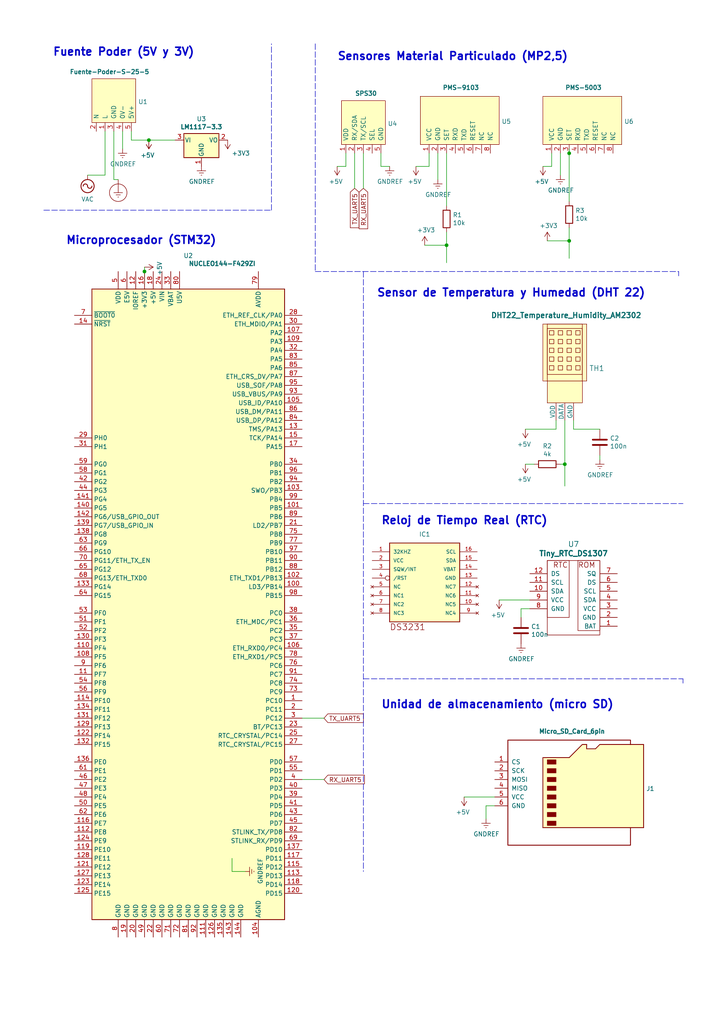
<source format=kicad_sch>
(kicad_sch (version 20231120) (generator "eeschema") (generator_version "8.0")
  (paper "A4" portrait)
  (title_block (title "Esquemático ") (rev "R0"))
  (lib_symbols
    (symbol "DS3231:DS3231" (pin_names (offset 1.016))
      (property "Reference" "IC" (at 10.16 15.24 0))
      (symbol "DS3231_0_0"
        (rectangle (start -10.16 -10.16) (end 10.16 12.7) (stroke (width 0.254)) (fill (type background)))
        (text "DS3231" (at -10.16 -12.7 0) (effects (font (size 1.778 1.778)) (justify left bottom)))
        (pin output line (at -15.24 10.16 0) (length 5.08) (name "32KHZ") (number "1"))
        (pin no_connect line (at 15.24 -5.08 180) (length 5.08) (name "NC5") (number "10"))
        (pin no_connect line (at 15.24 -2.54 180) (length 5.08) (name "NC6") (number "11"))
        (pin no_connect line (at 15.24 0 180) (length 5.08) (name "NC7") (number "12"))
        (pin power_in line (at 15.24 2.54 180) (length 5.08) (name "GND") (number "13"))
        (pin power_in line (at 15.24 5.08 180) (length 5.08) (name "VBAT") (number "14"))
        (pin bidirectional line (at 15.24 7.62 180) (length 5.08) (name "SDA") (number "15"))
        (pin bidirectional line (at 15.24 10.16 180) (length 5.08) (name "SCL") (number "16"))
        (pin power_in line (at -15.24 7.62 0) (length 5.08) (name "VCC") (number "2"))
        (pin output line (at -15.24 5.08 0) (length 5.08) (name "SQW/INT") (number "3"))
        (pin passive inverted (at -15.24 2.54 0) (length 5.08) (name "/RST") (number "4"))
        (pin no_connect line (at -15.24 0 0) (length 5.08) (name "NC") (number "5"))
        (pin no_connect line (at -15.24 -2.54 0) (length 5.08) (name "NC1") (number "6"))
        (pin no_connect line (at -15.24 -5.08 0) (length 5.08) (name "NC2") (number "7"))
        (pin no_connect line (at -15.24 -7.62 0) (length 5.08) (name "NC3") (number "8"))
        (pin no_connect line (at 15.24 -7.62 180) (length 5.08) (name "NC4") (number "9"))
      )
    )
    (symbol "Device:C" (pin_numbers hide) (pin_names (offset 0.254))
      (property "Reference" "C" (at 0.635 2.54 0))
      (property "Value" "C" (at 0.635 -2.54 0))
      (symbol "C_0_1"
        (polyline (pts (xy -2.032 -0.762) (xy 2.032 -0.762)) (stroke (width 0.508)))
        (polyline (pts (xy -2.032 0.762) (xy 2.032 0.762)) (stroke (width 0.508)))
      )
      (symbol "C_1_1"
        (pin passive line (at 0 3.81 270) (length 2.794) (name "~") (number "1"))
        (pin passive line (at 0 -3.81 90) (length 2.794) (name "~") (number "2"))
      )
    )
    (symbol "Device:R" (pin_numbers hide) (pin_names (offset 0))
      (property "Reference" "R" (at 2.032 0 90))
      (property "Value" "R" (at 0 0 90))
      (symbol "R_0_1"
        (rectangle (start -1.016 -2.54) (end 1.016 2.54) (stroke (width 0.254)))
      )
      (symbol "R_1_1"
        (pin passive line (at 0 3.81 270) (length 1.27) (name "~") (number "1"))
        (pin passive line (at 0 -3.81 90) (length 1.27) (name "~") (number "2"))
      )
    )
    (symbol "Tesis_MP-rescue:+3.3V-power" (power) (pin_names (offset 0))
      (property "Value" "power_+3.3V" (at 0 3.556 0))
      (symbol "+3.3V-power_0_1"
        (polyline (pts (xy -0.762 1.27) (xy 0 2.54)))
        (polyline (pts (xy 0 0) (xy 0 2.54)))
        (polyline (pts (xy 0 2.54) (xy 0.762 1.27)))
      )
      (symbol "+3.3V-power_1_1"
        (pin power_in line (at 0 0 90) (length 0) hide (name "+3V3") (number "1"))
      )
    )
    (symbol "Tesis_MP-rescue:+5V-power" (power) (pin_names (offset 0))
      (property "Value" "power_+5V" (at 0 3.556 0))
      (symbol "+5V-power_0_1"
        (polyline (pts (xy -0.762 1.27) (xy 0 2.54)))
        (polyline (pts (xy 0 0) (xy 0 2.54)))
        (polyline (pts (xy 0 2.54) (xy 0.762 1.27)))
      )
      (symbol "+5V-power_1_1"
        (pin power_in line (at 0 0 90) (length 0) hide (name "+5V") (number "1"))
      )
    )
    (symbol "Tesis_MP-rescue:DHT22_Temperature_Humidity_AM2302-sensores" (pin_numbers hide) (pin_names (offset 0))
      (property "Reference" "TH" (at 0 26.67 0))
      (property "Value" "sensores_DHT22_Temperature_Humidity_AM2302" (at 0 24.13 0))
      (symbol "DHT22_Temperature_Humidity_AM2302-sensores_0_1"
        (rectangle (start -6.35 2.54) (end 6.35 19.05) (fill (type background)))
        (rectangle (start -5.08 19.05) (end -5.08 19.05))
        (rectangle (start -4.445 6.985) (end -3.175 5.715))
        (rectangle (start -4.445 9.525) (end -3.175 8.255))
        (rectangle (start -4.445 12.065) (end -3.175 10.795))
        (rectangle (start -4.445 14.605) (end -3.175 13.335))
        (rectangle (start -4.445 17.145) (end -3.175 15.875))
        (rectangle (start -1.905 5.715) (end -0.635 6.985))
        (rectangle (start -1.905 8.255) (end -0.635 9.525))
        (rectangle (start -1.905 10.795) (end -0.635 12.065))
        (rectangle (start -1.905 13.335) (end -0.635 14.605))
        (rectangle (start -1.905 15.875) (end -0.635 17.145))
        (rectangle (start 0.635 5.715) (end 1.905 6.985))
        (rectangle (start 0.635 8.255) (end 1.905 9.525))
        (rectangle (start 0.635 10.795) (end 1.905 12.065))
        (rectangle (start 0.635 13.335) (end 1.905 14.605))
        (rectangle (start 0.635 15.875) (end 1.905 17.145))
        (rectangle (start 3.175 5.715) (end 4.445 6.985))
        (rectangle (start 3.175 8.255) (end 4.445 9.525))
        (rectangle (start 3.175 10.795) (end 4.445 12.065))
        (rectangle (start 3.175 13.335) (end 4.445 14.605))
        (rectangle (start 3.175 15.875) (end 4.445 17.145))
        (rectangle (start 5.08 -3.81) (end -5.08 19.05) (fill (type background)))
        (rectangle (start 5.08 4.445) (end -5.08 17.78))
      )
      (symbol "DHT22_Temperature_Humidity_AM2302-sensores_1_1"
        (pin power_in line (at -2.54 -8.89 90) (length 5.08) (name "VDD") (number "1"))
        (pin input line (at 0 -8.89 90) (length 5.08) (name "DATA") (number "2"))
        (pin power_in line (at 2.54 -8.89 90) (length 5.08) (name "GND") (number "3"))
      )
    )
    (symbol "Tesis_MP-rescue:Earth_Protective-power" (power) (pin_names (offset 0))
      (symbol "Earth_Protective-power_0_1"
        (circle (center 0 -3.81) (radius 2.54))
        (polyline (pts (xy -0.635 -4.445) (xy 0.635 -4.445)))
        (polyline (pts (xy -0.127 -5.08) (xy 0.127 -5.08)))
        (polyline (pts (xy 0 -3.81) (xy 0 0)))
        (polyline (pts (xy 1.27 -3.81) (xy -1.27 -3.81)))
      )
      (symbol "Earth_Protective-power_1_1"
        (pin power_in line (at 0 0 270) (length 0) hide (name "Earth_Protective") (number "1"))
      )
    )
    (symbol "Tesis_MP-rescue:Fuente-Poder-S-25-5-sensores" (pin_names (offset 1.016))
      (property "Reference" "U" (at 0 0 0))
      (property "Value" "sensores_Fuente-Poder-S-25-5" (at 0 0 0))
      (symbol "Fuente-Poder-S-25-5-sensores_0_1"
        (rectangle (start -7.62 -1.27) (end 5.08 -13.97) (fill (type background)))
      )
      (symbol "Fuente-Poder-S-25-5-sensores_1_1"
        (pin input line (at -3.81 -16.51 90) (length 2.54) (name "L") (number "1"))
        (pin input line (at -6.35 -16.51 90) (length 2.54) (name "N") (number "2"))
        (pin input line (at -1.27 -16.51 90) (length 2.54) (name "GND") (number "3"))
        (pin output line (at 1.27 -16.51 90) (length 2.54) (name "0V-") (number "4"))
        (pin output line (at 3.81 -16.51 90) (length 2.54) (name "5V+") (number "5"))
      )
    )
    (symbol "Tesis_MP-rescue:GNDREF-power" (power) (pin_names (offset 0))
      (property "Value" "power_GNDREF" (at 0 -3.81 0))
      (symbol "GNDREF-power_0_1"
        (polyline (pts (xy -0.635 -1.905) (xy 0.635 -1.905)))
        (polyline (pts (xy -0.127 -2.54) (xy 0.127 -2.54)))
        (polyline (pts (xy 0 -1.27) (xy 0 0)))
        (polyline (pts (xy 1.27 -1.27) (xy -1.27 -1.27)))
      )
      (symbol "GNDREF-power_1_1"
        (pin power_in line (at 0 0 270) (length 0) hide (name "GNDREF") (number "1"))
      )
    )
    (symbol "Tesis_MP-rescue:LM1117-3.3-Regulator_Linear" (pin_names (offset 0.254))
      (property "Reference" "U" (at -3.81 3.175 0))
      (property "Value" "Regulator_Linear_LM1117-3.3" (at 0 3.175 0))
      (symbol "LM1117-3.3-Regulator_Linear_0_1"
        (rectangle (start -5.08 -5.08) (end 5.08 1.905) (stroke (width 0.254)) (fill (type background)))
      )
      (symbol "LM1117-3.3-Regulator_Linear_1_1"
        (pin power_in line (at 0 -7.62 90) (length 2.54) (name "GND") (number "1"))
        (pin power_out line (at 7.62 0 180) (length 2.54) (name "VO") (number "2"))
        (pin power_in line (at -7.62 0 0) (length 2.54) (name "VI") (number "3"))
      )
    )
    (symbol "Tesis_MP-rescue:Micro_SD_Card_6pin-sensors" (pin_names (offset 1.016))
      (property "Reference" "J" (at -16.51 15.24 0))
      (property "Value" "sensors_Micro_SD_Card_6pin" (at 16.51 15.24 0))
      (symbol "Micro_SD_Card_6pin-sensors_0_1"
        (rectangle (start -7.62 -9.525) (end -5.08 -10.795) (fill (type outline)))
        (rectangle (start -7.62 -6.985) (end -5.08 -8.255) (fill (type outline)))
        (rectangle (start -7.62 -4.445) (end -5.08 -5.715) (fill (type outline)))
        (rectangle (start -7.62 -1.905) (end -5.08 -3.175) (fill (type outline)))
        (rectangle (start -7.62 0.635) (end -5.08 -0.635) (fill (type outline)))
        (rectangle (start -7.62 3.175) (end -5.08 1.905) (fill (type outline)))
        (rectangle (start -7.62 5.715) (end -5.08 4.445) (fill (type outline)))
        (rectangle (start -7.62 8.255) (end -5.08 6.985) (fill (type outline)))
        (polyline (pts (xy 16.51 12.7) (xy 16.51 13.97) (xy -19.05 13.97) (xy -19.05 -16.51) (xy 16.51 -16.51) (xy 16.51 -11.43)) (stroke (width 0.254)))
        (polyline (pts (xy -8.89 -11.43) (xy -8.89 8.89) (xy -1.27 8.89) (xy 2.54 12.7) (xy 3.81 12.7) (xy 3.81 11.43) (xy 6.35 11.43) (xy 7.62 12.7) (xy 20.32 12.7) (xy 20.32 -11.43) (xy -8.89 -11.43)) (stroke (width 0.254)) (fill (type background)))
      )
      (symbol "Micro_SD_Card_6pin-sensors_1_1"
        (pin bidirectional line (at -22.86 7.62 0) (length 3.81) (name "CS") (number "1"))
        (pin bidirectional line (at -22.86 5.08 0) (length 3.81) (name "SCK") (number "2"))
        (pin input line (at -22.86 2.54 0) (length 3.81) (name "MOSI") (number "3"))
        (pin power_in line (at -22.86 0 0) (length 3.81) (name "MISO") (number "4"))
        (pin input line (at -22.86 -2.54 0) (length 3.81) (name "VCC") (number "5"))
        (pin power_in line (at -22.86 -5.08 0) (length 3.81) (name "GND") (number "6"))
      )
    )
    (symbol "Tesis_MP-rescue:NUCLEO144-F429ZI-MCU_Module"
      (property "Reference" "U" (at -22.86 94.615 0))
      (property "Value" "MCU_Module_NUCLEO144-F429ZI" (at -22.86 92.71 0))
      (symbol "NUCLEO144-F429ZI-MCU_Module_0_1"
        (rectangle (start -27.94 -91.44) (end 27.94 91.44) (stroke (width 0.254)) (fill (type background)))
      )
      (symbol "NUCLEO144-F429ZI-MCU_Module_1_1"
        (pin bidirectional line (at 33.02 -27.94 180) (length 5.08) (name "PC10") (number "1"))
        (pin no_connect line (at -33.02 55.88 0) (length 5.08) hide (name "NC") (number "10"))
        (pin bidirectional line (at 33.02 5.08 180) (length 5.08) (name "LD3/PB14") (number "100"))
        (pin bidirectional line (at 33.02 27.94 180) (length 5.08) (name "PB5") (number "101"))
        (pin bidirectional line (at 33.02 7.62 180) (length 5.08) (name "ETH_TXD1/PB13") (number "102"))
        (pin bidirectional line (at 33.02 33.02 180) (length 5.08) (name "SWO/PB3") (number "103"))
        (pin power_in line (at 20.32 -96.52 90) (length 5.08) (name "AGND") (number "104"))
        (pin bidirectional line (at 33.02 58.42 180) (length 5.08) (name "USB_ID/PA10") (number "105"))
        (pin bidirectional line (at 33.02 -12.7 180) (length 5.08) (name "ETH_RXD0/PC4") (number "106"))
        (pin bidirectional line (at 33.02 78.74 180) (length 5.08) (name "PA2") (number "107"))
        (pin bidirectional line (at -33.02 -15.24 0) (length 5.08) (name "PF5") (number "108"))
        (pin bidirectional line (at 33.02 76.2 180) (length 5.08) (name "PA3") (number "109"))
        (pin bidirectional line (at -33.02 -20.32 0) (length 5.08) (name "PF7") (number "11"))
        (pin bidirectional line (at -33.02 -12.7 0) (length 5.08) (name "PF4") (number "110"))
        (pin power_in line (at 5.08 -96.52 90) (length 5.08) (name "GND") (number "111"))
        (pin bidirectional line (at -33.02 -66.04 0) (length 5.08) (name "PE8") (number "112"))
        (pin bidirectional line (at 33.02 -78.74 180) (length 5.08) (name "PD13") (number "113"))
        (pin bidirectional line (at -33.02 -27.94 0) (length 5.08) (name "PF10") (number "114"))
        (pin bidirectional line (at 33.02 -76.2 180) (length 5.08) (name "PD12") (number "115"))
        (pin bidirectional line (at -33.02 -63.5 0) (length 5.08) (name "PE7") (number "116"))
        (pin bidirectional line (at 33.02 -73.66 180) (length 5.08) (name "PD11") (number "117"))
        (pin bidirectional line (at 33.02 -81.28 180) (length 5.08) (name "PD14") (number "118"))
        (pin bidirectional line (at -33.02 -71.12 0) (length 5.08) (name "PE10") (number "119"))
        (pin power_in line (at -15.24 96.52 270) (length 5.08) (name "IOREF") (number "12"))
        (pin bidirectional line (at 33.02 -83.82 180) (length 5.08) (name "PD15") (number "120"))
        (pin bidirectional line (at -33.02 -76.2 0) (length 5.08) (name "PE12") (number "121"))
        (pin bidirectional line (at -33.02 -38.1 0) (length 5.08) (name "PF14") (number "122"))
        (pin bidirectional line (at -33.02 -81.28 0) (length 5.08) (name "PE14") (number "123"))
        (pin bidirectional line (at -33.02 -68.58 0) (length 5.08) (name "PE9") (number "124"))
        (pin bidirectional line (at -33.02 -83.82 0) (length 5.08) (name "PE15") (number "125"))
        (pin power_in line (at 7.62 -96.52 90) (length 5.08) (name "GND") (number "126"))
        (pin bidirectional line (at -33.02 -78.74 0) (length 5.08) (name "PE13") (number "127"))
        (pin bidirectional line (at -33.02 -73.66 0) (length 5.08) (name "PE11") (number "128"))
        (pin bidirectional line (at -33.02 -35.56 0) (length 5.08) (name "PF13") (number "129"))
        (pin bidirectional line (at 33.02 50.8 180) (length 5.08) (name "TMS/PA13") (number "13"))
        (pin bidirectional line (at -33.02 -10.16 0) (length 5.08) (name "PF3") (number "130"))
        (pin bidirectional line (at -33.02 -33.02 0) (length 5.08) (name "PF12") (number "131"))
        (pin bidirectional line (at -33.02 -40.64 0) (length 5.08) (name "PF15") (number "132"))
        (pin bidirectional line (at -33.02 5.08 0) (length 5.08) (name "PG14") (number "133"))
        (pin bidirectional line (at -33.02 -30.48 0) (length 5.08) (name "PF11") (number "134"))
        (pin power_in line (at 10.16 -96.52 90) (length 5.08) (name "GND") (number "135"))
        (pin bidirectional line (at -33.02 -45.72 0) (length 5.08) (name "PE0") (number "136"))
        (pin bidirectional line (at 33.02 -71.12 180) (length 5.08) (name "PD10") (number "137"))
        (pin bidirectional line (at -33.02 20.32 0) (length 5.08) (name "PG8") (number "138"))
        (pin bidirectional line (at -33.02 22.86 0) (length 5.08) (name "PG7/USB_GPIO_IN") (number "139"))
        (pin input line (at -33.02 81.28 0) (length 5.08) (name "~{NRST}") (number "14"))
        (pin bidirectional line (at -33.02 27.94 0) (length 5.08) (name "PG5") (number "140"))
        (pin bidirectional line (at -33.02 30.48 0) (length 5.08) (name "PG4") (number "141"))
        (pin bidirectional line (at -33.02 25.4 0) (length 5.08) (name "PG6/USB_GPIO_OUT") (number "142"))
        (pin power_in line (at 12.7 -96.52 90) (length 5.08) (name "GND") (number "143"))
        (pin power_in line (at 15.24 -96.52 90) (length 5.08) (name "GND") (number "144"))
        (pin bidirectional line (at 33.02 48.26 180) (length 5.08) (name "TCK/PA14") (number "15"))
        (pin power_in line (at -12.7 96.52 270) (length 5.08) (name "+3V3") (number "16"))
        (pin bidirectional line (at 33.02 45.72 180) (length 5.08) (name "PA15") (number "17"))
        (pin power_in line (at -10.16 96.52 270) (length 5.08) (name "+5V") (number "18"))
        (pin power_in line (at -17.78 -96.52 90) (length 5.08) (name "GND") (number "19"))
        (pin bidirectional line (at 33.02 -30.48 180) (length 5.08) (name "PC11") (number "2"))
        (pin power_in line (at -15.24 -96.52 90) (length 5.08) (name "GND") (number "20"))
        (pin bidirectional line (at 33.02 22.86 180) (length 5.08) (name "LD2/PB7") (number "21"))
        (pin power_in line (at -10.16 -96.52 90) (length 5.08) (name "GND") (number "22"))
        (pin bidirectional line (at 33.02 -35.56 180) (length 5.08) (name "BT/PC13") (number "23"))
        (pin power_in line (at -7.62 96.52 270) (length 5.08) (name "VIN") (number "24"))
        (pin bidirectional line (at 33.02 -38.1 180) (length 5.08) (name "RTC_CRYSTAL/PC14") (number "25"))
        (pin no_connect line (at -33.02 58.42 0) (length 5.08) hide (name "NC") (number "26"))
        (pin bidirectional line (at 33.02 -40.64 180) (length 5.08) (name "RTC_CRYSTAL/PC15") (number "27"))
        (pin bidirectional line (at 33.02 83.82 180) (length 5.08) (name "ETH_REF_CLK/PA0") (number "28"))
        (pin bidirectional line (at -33.02 48.26 0) (length 5.08) (name "PH0") (number "29"))
        (pin bidirectional line (at 33.02 -33.02 180) (length 5.08) (name "PC12") (number "3"))
        (pin bidirectional line (at 33.02 81.28 180) (length 5.08) (name "ETH_MDIO/PA1") (number "30"))
        (pin bidirectional line (at -33.02 45.72 0) (length 5.08) (name "PH1") (number "31"))
        (pin bidirectional line (at 33.02 73.66 180) (length 5.08) (name "PA4") (number "32"))
        (pin power_in line (at -5.08 96.52 270) (length 5.08) (name "VBAT") (number "33"))
        (pin bidirectional line (at 33.02 40.64 180) (length 5.08) (name "PB0") (number "34"))
        (pin bidirectional line (at 33.02 -7.62 180) (length 5.08) (name "PC2") (number "35"))
        (pin bidirectional line (at 33.02 -5.08 180) (length 5.08) (name "ETH_MDC/PC1") (number "36"))
        (pin bidirectional line (at 33.02 -10.16 180) (length 5.08) (name "PC3") (number "37"))
        (pin bidirectional line (at 33.02 -2.54 180) (length 5.08) (name "PC0") (number "38"))
        (pin bidirectional line (at 33.02 -55.88 180) (length 5.08) (name "PD4") (number "39"))
        (pin bidirectional line (at 33.02 -50.8 180) (length 5.08) (name "PD2") (number "4"))
        (pin bidirectional line (at 33.02 -53.34 180) (length 5.08) (name "PD3") (number "40"))
        (pin bidirectional line (at 33.02 -58.42 180) (length 5.08) (name "PD5") (number "41"))
        (pin bidirectional line (at -33.02 35.56 0) (length 5.08) (name "PG2") (number "42"))
        (pin bidirectional line (at 33.02 -60.96 180) (length 5.08) (name "PD6") (number "43"))
        (pin bidirectional line (at -33.02 33.02 0) (length 5.08) (name "PG3") (number "44"))
        (pin bidirectional line (at 33.02 -63.5 180) (length 5.08) (name "PD7") (number "45"))
        (pin bidirectional line (at -33.02 -50.8 0) (length 5.08) (name "PE2") (number "46"))
        (pin bidirectional line (at -33.02 -53.34 0) (length 5.08) (name "PE3") (number "47"))
        (pin bidirectional line (at -33.02 -55.88 0) (length 5.08) (name "PE4") (number "48"))
        (pin power_in line (at -12.7 -96.52 90) (length 5.08) (name "GND") (number "49"))
        (pin power_in line (at -20.32 96.52 270) (length 5.08) (name "VDD") (number "5"))
        (pin bidirectional line (at -33.02 -58.42 0) (length 5.08) (name "PE5") (number "50"))
        (pin bidirectional line (at -33.02 -5.08 0) (length 5.08) (name "PF1") (number "51"))
        (pin bidirectional line (at -33.02 -7.62 0) (length 5.08) (name "PF2") (number "52"))
        (pin bidirectional line (at -33.02 -2.54 0) (length 5.08) (name "PF0") (number "53"))
        (pin bidirectional line (at -33.02 -22.86 0) (length 5.08) (name "PF8") (number "54"))
        (pin bidirectional line (at 33.02 -48.26 180) (length 5.08) (name "PD1") (number "55"))
        (pin bidirectional line (at -33.02 -25.4 0) (length 5.08) (name "PF9") (number "56"))
        (pin bidirectional line (at 33.02 -45.72 180) (length 5.08) (name "PD0") (number "57"))
        (pin bidirectional line (at -33.02 38.1 0) (length 5.08) (name "PG1") (number "58"))
        (pin bidirectional line (at -33.02 40.64 0) (length 5.08) (name "PG0") (number "59"))
        (pin power_in line (at -17.78 96.52 270) (length 5.08) (name "E5V") (number "6"))
        (pin power_in line (at -7.62 -96.52 90) (length 5.08) (name "GND") (number "60"))
        (pin bidirectional line (at -33.02 -48.26 0) (length 5.08) (name "PE1") (number "61"))
        (pin bidirectional line (at -33.02 -60.96 0) (length 5.08) (name "PE6") (number "62"))
        (pin bidirectional line (at -33.02 17.78 0) (length 5.08) (name "PG9") (number "63"))
        (pin bidirectional line (at -33.02 2.54 0) (length 5.08) (name "PG15") (number "64"))
        (pin bidirectional line (at -33.02 10.16 0) (length 5.08) (name "PG12") (number "65"))
        (pin bidirectional line (at -33.02 15.24 0) (length 5.08) (name "PG10") (number "66"))
        (pin no_connect line (at -33.02 53.34 0) (length 5.08) hide (name "NC") (number "67"))
        (pin bidirectional line (at -33.02 7.62 0) (length 5.08) (name "PG13/ETH_TXD0") (number "68"))
        (pin bidirectional line (at 33.02 -68.58 180) (length 5.08) (name "STLINK_RX/PD9") (number "69"))
        (pin input line (at -33.02 83.82 0) (length 5.08) (name "~{BOOT0}") (number "7"))
        (pin bidirectional line (at -33.02 12.7 0) (length 5.08) (name "PG11/ETH_TX_EN") (number "70"))
        (pin power_in line (at -5.08 -96.52 90) (length 5.08) (name "GND") (number "71"))
        (pin power_in line (at -2.54 -96.52 90) (length 5.08) (name "GND") (number "72"))
        (pin bidirectional line (at 33.02 -25.4 180) (length 5.08) (name "PC9") (number "73"))
        (pin bidirectional line (at 33.02 -22.86 180) (length 5.08) (name "PC8") (number "74"))
        (pin bidirectional line (at 33.02 20.32 180) (length 5.08) (name "PB8") (number "75"))
        (pin bidirectional line (at 33.02 -17.78 180) (length 5.08) (name "PC6") (number "76"))
        (pin bidirectional line (at 33.02 17.78 180) (length 5.08) (name "PB9") (number "77"))
        (pin bidirectional line (at 33.02 -15.24 180) (length 5.08) (name "ETH_RXD1/PC5") (number "78"))
        (pin power_in line (at 20.32 96.52 270) (length 5.08) (name "AVDD") (number "79"))
        (pin power_in line (at -20.32 -96.52 90) (length 5.08) (name "GND") (number "8"))
        (pin power_in line (at -2.54 96.52 270) (length 5.08) (name "U5V") (number "80"))
        (pin power_in line (at 0 -96.52 90) (length 5.08) (name "GND") (number "81"))
        (pin bidirectional line (at 33.02 -66.04 180) (length 5.08) (name "STLINK_TX/PD8") (number "82"))
        (pin bidirectional line (at 33.02 71.12 180) (length 5.08) (name "PA5") (number "83"))
        (pin bidirectional line (at 33.02 53.34 180) (length 5.08) (name "USB_DP/PA12") (number "84"))
        (pin bidirectional line (at 33.02 68.58 180) (length 5.08) (name "PA6") (number "85"))
        (pin bidirectional line (at 33.02 55.88 180) (length 5.08) (name "USB_DM/PA11") (number "86"))
        (pin bidirectional line (at 33.02 66.04 180) (length 5.08) (name "ETH_CRS_DV/PA7") (number "87"))
        (pin bidirectional line (at 33.02 10.16 180) (length 5.08) (name "PB12") (number "88"))
        (pin bidirectional line (at 33.02 25.4 180) (length 5.08) (name "PB6") (number "89"))
        (pin bidirectional line (at -33.02 -17.78 0) (length 5.08) (name "PF6") (number "9"))
        (pin bidirectional line (at 33.02 12.7 180) (length 5.08) (name "PB11") (number "90"))
        (pin bidirectional line (at 33.02 -20.32 180) (length 5.08) (name "PC7") (number "91"))
        (pin power_in line (at 2.54 -96.52 90) (length 5.08) (name "GND") (number "92"))
        (pin bidirectional line (at 33.02 60.96 180) (length 5.08) (name "USB_VBUS/PA9") (number "93"))
        (pin bidirectional line (at 33.02 35.56 180) (length 5.08) (name "PB2") (number "94"))
        (pin bidirectional line (at 33.02 63.5 180) (length 5.08) (name "USB_SOF/PA8") (number "95"))
        (pin bidirectional line (at 33.02 38.1 180) (length 5.08) (name "PB1") (number "96"))
        (pin bidirectional line (at 33.02 15.24 180) (length 5.08) (name "PB10") (number "97"))
        (pin bidirectional line (at 33.02 2.54 180) (length 5.08) (name "PB15") (number "98"))
        (pin bidirectional line (at 33.02 30.48 180) (length 5.08) (name "PB4") (number "99"))
      )
    )
    (symbol "Tesis_MP-rescue:PMS-5003-sensores" (pin_names (offset 1.016))
      (property "Reference" "U" (at -1.27 1.27 0))
      (property "Value" "sensores_PMS-5003" (at -1.27 1.27 0))
      (symbol "PMS-5003-sensores_0_1"
        (rectangle (start 11.43 -22.86) (end -2.54 0) (fill (type background)))
      )
      (symbol "PMS-5003-sensores_1_1"
        (pin input line (at -5.08 -2.54 0) (length 2.54) (name "VCC") (number "1"))
        (pin input line (at -5.08 -5.08 0) (length 2.54) (name "GND") (number "2"))
        (pin input line (at -5.08 -7.62 0) (length 2.54) (name "SET") (number "3"))
        (pin input line (at -5.08 -10.16 0) (length 2.54) (name "RXD") (number "4"))
        (pin input line (at -5.08 -12.7 0) (length 2.54) (name "TXD") (number "5"))
        (pin input line (at -5.08 -15.24 0) (length 2.54) (name "RESET") (number "6"))
        (pin input line (at -5.08 -17.78 0) (length 2.54) (name "NC") (number "7"))
        (pin input line (at -5.08 -20.32 0) (length 2.54) (name "NC") (number "8"))
      )
    )
    (symbol "Tesis_MP-rescue:PMS-9103-sensores" (pin_names (offset 1.016))
      (property "Reference" "U" (at -1.27 1.27 0))
      (property "Value" "sensores_PMS-9103" (at -1.27 1.27 0))
      (symbol "PMS-9103-sensores_0_1"
        (rectangle (start 11.43 -22.86) (end -2.54 0) (fill (type background)))
      )
      (symbol "PMS-9103-sensores_1_1"
        (pin input line (at -5.08 -2.54 0) (length 2.54) (name "VCC") (number "1"))
        (pin input line (at -5.08 -5.08 0) (length 2.54) (name "GND") (number "2"))
        (pin input line (at -5.08 -7.62 0) (length 2.54) (name "SET") (number "3"))
        (pin input line (at -5.08 -10.16 0) (length 2.54) (name "RXD") (number "4"))
        (pin input line (at -5.08 -12.7 0) (length 2.54) (name "TXD") (number "5"))
        (pin input line (at -5.08 -15.24 0) (length 2.54) (name "RESET") (number "6"))
        (pin input line (at -5.08 -17.78 0) (length 2.54) (name "NC") (number "7"))
        (pin input line (at -5.08 -20.32 0) (length 2.54) (name "NC") (number "8"))
      )
    )
    (symbol "Tesis_MP-rescue:SPS30-sensores" (pin_names (offset 1.016))
      (property "Reference" "U" (at 0 0 0))
      (property "Value" "sensores_SPS30" (at 0 0 0))
      (symbol "SPS30-sensores_0_1"
        (rectangle (start 3.81 -15.24) (end 16.51 -2.54) (fill (type background)))
      )
      (symbol "SPS30-sensores_1_1"
        (pin input line (at 1.27 -3.81 0) (length 2.54) (name "VDD") (number "1"))
        (pin input line (at 1.27 -6.35 0) (length 2.54) (name "RX/SDA") (number "2"))
        (pin input line (at 1.27 -8.89 0) (length 2.54) (name "TX/SCL") (number "3"))
        (pin input line (at 1.27 -11.43 0) (length 2.54) (name "SEL") (number "4"))
        (pin input line (at 1.27 -13.97 0) (length 2.54) (name "GND") (number "5"))
      )
    )
    (symbol "Tesis_MP-rescue:Tiny_RTC_DS1307-crumpschemes" (pin_names (offset 1.016))
      (property "Reference" "U" (at 0 12.7 0))
      (property "Value" "crumpschemes_Tiny_RTC_DS1307" (at 0 -13.97 0))
      (symbol "Tiny_RTC_DS1307-crumpschemes_0_0"
        (rectangle (start -7.62 10.16) (end 7.62 -11.43))
        (rectangle (start -1.27 10.16) (end -7.62 -6.35))
        (rectangle (start 1.27 10.16) (end 7.62 -10.16))
        (text "ROM" (at 3.81 8.89 0) (effects (font (size 1.524 1.524))))
        (text "RTC" (at -3.81 8.89 0) (effects (font (size 1.524 1.524))))
      )
      (symbol "Tiny_RTC_DS1307-crumpschemes_1_1"
        (pin bidirectional line (at 12.7 -8.89 180) (length 5.08) (name "BAT") (number "1"))
        (pin bidirectional line (at -12.7 1.27 0) (length 5.08) (name "SDA") (number "10"))
        (pin bidirectional line (at -12.7 3.81 0) (length 5.08) (name "SCL") (number "11"))
        (pin bidirectional line (at -12.7 6.35 0) (length 5.08) (name "DS") (number "12"))
        (pin power_in line (at 12.7 -6.35 180) (length 5.08) (name "GND") (number "2"))
        (pin power_in line (at 12.7 -3.81 180) (length 5.08) (name "VCC") (number "3"))
        (pin bidirectional line (at 12.7 -1.27 180) (length 5.08) (name "SDA") (number "4"))
        (pin bidirectional line (at 12.7 1.27 180) (length 5.08) (name "SCL") (number "5"))
        (pin bidirectional line (at 12.7 3.81 180) (length 5.08) (name "DS") (number "6"))
        (pin bidirectional line (at 12.7 6.35 180) (length 5.08) (name "SQ") (number "7"))
        (pin power_in line (at -12.7 -3.81 0) (length 5.08) (name "GND") (number "8"))
        (pin power_in line (at -12.7 -1.27 0) (length 5.08) (name "VCC") (number "9"))
      )
    )
    (symbol "Tesis_MP-rescue:VAC-power" (power) (pin_names (offset 0))
      (property "Value" "power_VAC" (at 0 6.35 0))
      (symbol "VAC-power_0_1"
        (polyline (pts (xy 0 0) (xy 0 1.27)))
        (arc (start 0 3.175) (mid -0.635 3.81) (end -1.27 3.175) (stroke (width 0.254)))
        (arc (start 0 3.175) (mid 0.635 2.54) (end 1.27 3.175) (stroke (width 0.254)))
        (circle (center 0 3.175) (radius 1.905) (stroke (width 0.254)))
      )
      (symbol "VAC-power_1_1"
        (pin power_in line (at 0 0 90) (length 0) hide (name "VAC") (number "1"))
      )
    )
  )
  (junction (at 129.54 71.12))
  (junction (at 41.91 78.74))
  (junction (at 43.18 40.64))
  (junction (at 165.1 44.45))
  (junction (at 163.83 134.62))
  (junction (at 165.1 69.85))
  (polyline (pts (xy 196.85 78.74) (xy 196.85 80.01)) (stroke (width 0) (type dash)))
  (polyline (pts (xy 105.41 146.05) (xy 198.12 146.05)) (stroke (width 0) (type dash)))
  (wire (pts (xy 38.1 38.1) (xy 38.1 40.64)))
  (wire (pts (xy 163.83 121.92) (xy 163.83 134.62)))
  (wire (pts (xy 35.56 38.1) (xy 35.56 43.18)))
  (wire (pts (xy 129.54 71.12) (xy 129.54 76.2)))
  (wire (pts (xy 161.29 121.92) (xy 161.29 124.46)))
  (wire (pts (xy 50.8 40.64) (xy 43.18 40.64)))
  (wire (pts (xy 166.37 124.46) (xy 173.99 124.46)))
  (wire (pts (xy 162.56 44.45) (xy 162.56 50.8)))
  (wire (pts (xy 67.31 248.92) (xy 67.31 252.73)))
  (polyline (pts (xy 91.44 12.7) (xy 91.44 78.74)) (stroke (width 0) (type dash)))
  (wire (pts (xy 165.1 69.85) (xy 158.75 69.85)))
  (wire (pts (xy 152.4 124.46) (xy 161.29 124.46)))
  (wire (pts (xy 144.78 173.99) (xy 153.67 173.99)))
  (wire (pts (xy 124.46 48.26) (xy 120.65 48.26)))
  (polyline (pts (xy 91.44 78.74) (xy 196.85 78.74)) (stroke (width 0) (type dash)))
  (wire (pts (xy 129.54 67.31) (xy 129.54 71.12)))
  (wire (pts (xy 151.13 176.53) (xy 151.13 179.07)))
  (polyline (pts (xy 198.12 196.85) (xy 198.12 198.12)) (stroke (width 0) (type dash)))
  (wire (pts (xy 153.67 176.53) (xy 151.13 176.53)))
  (wire (pts (xy 140.97 233.68) (xy 140.97 237.49)))
  (wire (pts (xy 100.33 48.26) (xy 100.33 44.45)))
  (wire (pts (xy 127 44.45) (xy 127 52.07)))
  (wire (pts (xy 33.02 38.1) (xy 33.02 52.07)))
  (wire (pts (xy 157.48 48.26) (xy 160.02 48.26)))
  (wire (pts (xy 134.62 231.14) (xy 143.51 231.14)))
  (wire (pts (xy 41.91 78.74) (xy 41.91 82.55)))
  (wire (pts (xy 102.87 44.45) (xy 102.87 54.61)))
  (wire (pts (xy 110.49 44.45) (xy 110.49 48.26)))
  (wire (pts (xy 160.02 48.26) (xy 160.02 44.45)))
  (wire (pts (xy 163.83 134.62) (xy 162.56 134.62)))
  (wire (pts (xy 93.98 208.28) (xy 87.63 208.28)))
  (wire (pts (xy 173.99 132.08) (xy 173.99 133.35)))
  (wire (pts (xy 129.54 71.12) (xy 123.19 71.12)))
  (wire (pts (xy 129.54 44.45) (xy 129.54 59.69)))
  (polyline (pts (xy 105.41 196.85) (xy 198.12 196.85)) (stroke (width 0) (type dash)))
  (wire (pts (xy 165.1 44.45) (xy 165.1 58.42)))
  (wire (pts (xy 97.79 48.26) (xy 100.33 48.26)))
  (polyline (pts (xy 78.74 60.96) (xy 78.74 12.7)) (stroke (width 0) (type dash)))
  (polyline (pts (xy 12.7 60.96) (xy 78.74 60.96)) (stroke (width 0) (type dash)))
  (wire (pts (xy 166.37 121.92) (xy 166.37 124.46)))
  (wire (pts (xy 105.41 54.61) (xy 105.41 44.45)))
  (wire (pts (xy 67.31 252.73) (xy 71.12 252.73)))
  (wire (pts (xy 30.48 38.1) (xy 30.48 50.8)))
  (wire (pts (xy 154.94 134.62) (xy 152.4 134.62)))
  (wire (pts (xy 38.1 40.64) (xy 43.18 40.64)))
  (wire (pts (xy 163.83 134.62) (xy 163.83 140.97)))
  (wire (pts (xy 93.98 226.06) (xy 87.63 226.06)))
  (wire (pts (xy 165.1 66.04) (xy 165.1 69.85)))
  (wire (pts (xy 124.46 44.45) (xy 124.46 48.26)))
  (wire (pts (xy 143.51 233.68) (xy 140.97 233.68)))
  (wire (pts (xy 165.1 69.85) (xy 165.1 74.93)))
  (wire (pts (xy 165.1 43.18) (xy 165.1 44.45)))
  (wire (pts (xy 41.91 77.47) (xy 41.91 78.74)))
  (polyline (pts (xy 105.41 78.74) (xy 105.41 252.73)) (stroke (width 0) (type dash)))
  (wire (pts (xy 25.4 50.8) (xy 30.48 50.8)))
  (wire (pts (xy 33.02 52.07) (xy 34.29 52.07)))
  (wire (pts (xy 110.49 48.26) (xy 113.03 48.26)))
  (text "Sensores Material Particulado (MP2,5)" (at 97.79 17.78 0) (effects (font (size 2.2606 2.2606) (thickness 0.4521) (bold yes)) (justify left bottom)))
  (text "Reloj de Tiempo Real (RTC)" (at 110.49 152.4 0) (effects (font (size 2.2606 2.2606) (thickness 0.4521) (bold yes)) (justify left bottom)))
  (text "Unidad de almacenamiento (micro SD)" (at 110.49 205.74 0) (effects (font (size 2.2606 2.2606) (thickness 0.4521) (bold yes)) (justify left bottom)))
  (text "Sensor de Temperatura y Humedad (DHT 22)" (at 109.22 86.36 0) (effects (font (size 2.2606 2.2606) (thickness 0.4521) (bold yes)) (justify left bottom)))
  (text "Microprocesador (STM32)" (at 19.05 71.12 0) (effects (font (size 2.2606 2.2606) (thickness 0.4521) (bold yes)) (justify left bottom)))
  (text "Fuente Poder (5V y 3V)" (at 15.24 16.51 0) (effects (font (size 2.2606 2.2606) (thickness 0.4521) (bold yes)) (justify left bottom)))
  (global_label "TX_UART5" (shape input) (at 93.98 208.28 0) (property "Intersheetrefs" "${INTERSHEET_REFS}" (effects (hide yes))))
  (global_label "RX_UART5" (shape input) (at 105.41 54.61 270) (property "Intersheetrefs" "${INTERSHEET_REFS}" (effects (hide yes))))
  (global_label "RX_UART5" (shape input) (at 93.98 226.06 0) (property "Intersheetrefs" "${INTERSHEET_REFS}" (effects (hide yes))))
  (global_label "TX_UART5" (shape input) (at 102.87 54.61 270) (property "Intersheetrefs" "${INTERSHEET_REFS}" (effects (hide yes))))
  (symbol (lib_id "Tesis_MP-rescue:SPS30-sensores") (at 96.52 45.72 90) (unit 1)
    (property "Reference" "U4" (at 112.4712 35.8648 90) (effects (justify right)))
    (property "Value" "SPS30" (at 102.87 27.94 90) (effects (font (bold yes)) (justify right top)))
    (property "Footprint" "Connector_JST:JST_ZH_B5B-ZR-SM4-TF_1x05-1MP_P1.50mm_Vertical" (effects (hide yes)))
  )
  (symbol (lib_id "Tesis_MP-rescue:PMS-5003-sensores") (at 157.48 39.37 90) (unit 1)
    (property "Reference" "U6" (at 181.0512 35.2298 90) (effects (justify right)))
    (property "Value" "PMS-5003" (at 163.83 25.4 90) (effects (font (bold yes)) (justify right)))
  )
  (symbol (lib_id "Tesis_MP-rescue:PMS-9103-sensores") (at 121.92 39.37 90) (unit 1)
    (property "Reference" "U5" (at 145.4912 35.2298 90) (effects (justify right)))
    (property "Value" "PMS-9103" (at 128.27 25.4 90) (effects (font (bold yes)) (justify right)))
  )
  (symbol (lib_id "Tesis_MP-rescue:Tiny_RTC_DS1307-crumpschemes") (at 166.37 172.72 0) (unit 1)
    (property "Reference" "U7" (at 166.37 157.8102 0) (effects (font (size 1.524 1.524))))
    (property "Value" "Tiny_RTC_DS1307" (at 166.37 160.5026 0) (effects (font (size 1.524 1.524) (bold yes))))
    (property "Footprint" "Package_SON:RTC_SMD_MicroCrystal_C3_2.5x3.7mm" (effects (hide yes)))
  )
  (symbol (lib_id "Tesis_MP-rescue:DHT22_Temperature_Humidity_AM2302-sensores") (at 163.83 113.03 0) (unit 1)
    (property "Reference" "TH1" (at 170.8912 106.807 0) (effects (font (size 1.524 1.524)) (justify left)))
    (property "Value" "DHT22_Temperature_Humidity_AM2302" (at 142.24 91.44 0) (effects (font (size 1.524 1.524) (bold yes)) (justify left)))
    (property "Footprint" "Sensor:Aosong_DHT11_5.5x12.0_P2.54mm" (effects (hide yes)))
  )
  (symbol (lib_id "Tesis_MP-rescue:Micro_SD_Card_6pin-sensors") (at 166.37 228.6 0) (unit 1)
    (property "Reference" "J1" (at 187.452 228.7016 0) (effects (justify left)))
    (property "Value" "Micro_SD_Card_6pin" (at 156.21 212.09 0) (effects (font (bold yes)) (justify left)))
    (property "Datasheet" "http://katalog.we-online.de/em/datasheet/693072010801.pdf" (effects (hide yes)))
  )
  (symbol (lib_id "Tesis_MP-rescue:NUCLEO144-F429ZI-MCU_Module") (at 54.61 175.26 0) (unit 1)
    (property "Reference" "U2" (at 54.61 74.1426 0))
    (property "Value" "NUCLEO144-F429ZI" (at 54.61 76.454 0) (effects (font (bold yes)) (justify left)))
    (property "Footprint" "Module:ST_Morpho_Connector_144_STLink_MountingHoles" (effects (hide yes)))
    (property "Datasheet" "http://www.st.com/content/ccc/resource/technical/document/data_brief/group0/7b/df/1d/e9/64/55/43/8d/DM00247910/files/DM00247910.pdf/jcr:content/translations/en.DM00247910.pdf" (effects (hide yes)))
  )
  (symbol (lib_id "Tesis_MP-rescue:Fuente-Poder-S-25-5-sensores") (at 34.29 21.59 0) (unit 1)
    (property "Reference" "U1" (at 40.0812 29.5148 0) (effects (justify left)))
    (property "Value" "Fuente-Poder-S-25-5" (at 20.0914 20.828 0) (effects (font (bold yes)) (justify left)))
  )
  (symbol (lib_id "Tesis_MP-rescue:GNDREF-power") (at 35.56 43.18 0) (unit 1)
    (property "Reference" "#PWR0116" (effects (hide yes)))
    (property "Value" "GNDREF" (at 35.687 47.5742 0))
  )
  (symbol (lib_id "Tesis_MP-rescue:+5V-power") (at 97.79 48.26 180) (unit 1)
    (property "Reference" "#PWR0121" (effects (hide yes)))
    (property "Value" "+5V" (at 97.409 52.6542 0))
  )
  (symbol (lib_id "Tesis_MP-rescue:+5V-power") (at 120.65 48.26 180) (unit 1)
    (property "Reference" "#PWR0103" (effects (hide yes)))
    (property "Value" "+5V" (at 120.269 52.6542 0))
  )
  (symbol (lib_id "Tesis_MP-rescue:+5V-power") (at 157.48 48.26 180) (unit 1)
    (property "Reference" "#PWR0104" (effects (hide yes)))
    (property "Value" "+5V" (at 157.099 52.6542 0))
  )
  (symbol (lib_id "Tesis_MP-rescue:+5V-power") (at 152.4 124.46 180) (unit 1)
    (property "Reference" "#PWR0109" (effects (hide yes)))
    (property "Value" "+5V" (at 152.019 128.8542 0))
  )
  (symbol (lib_id "Tesis_MP-rescue:+5V-power") (at 43.18 40.64 180) (unit 1)
    (property "Reference" "#PWR0117" (effects (hide yes)))
    (property "Value" "+5V" (at 42.799 45.0342 0))
  )
  (symbol (lib_id "Tesis_MP-rescue:+5V-power") (at 144.78 173.99 180) (unit 1)
    (property "Reference" "#PWR0114" (effects (hide yes)))
    (property "Value" "+5V" (at 144.399 178.3842 0))
  )
  (symbol (lib_id "Tesis_MP-rescue:+5V-power") (at 134.62 231.14 180) (unit 1)
    (property "Reference" "#PWR0111" (effects (hide yes)))
    (property "Value" "+5V" (at 134.239 235.5342 0))
  )
  (symbol (lib_id "Tesis_MP-rescue:+5V-power") (at 41.91 77.47 270) (unit 1)
    (property "Reference" "#PWR0120" (effects (hide yes)))
    (property "Value" "+5V" (at 46.3042 77.851 0))
  )
  (symbol (lib_id "Tesis_MP-rescue:GNDREF-power") (at 113.03 48.26 0) (unit 1)
    (property "Reference" "#PWR0102" (effects (hide yes)))
    (property "Value" "GNDREF" (at 113.157 52.6542 0))
  )
  (symbol (lib_id "Tesis_MP-rescue:GNDREF-power") (at 127 52.07 0) (unit 1)
    (property "Reference" "#PWR0101" (effects (hide yes)))
    (property "Value" "GNDREF" (at 127.127 56.4642 0))
  )
  (symbol (lib_id "Tesis_MP-rescue:GNDREF-power") (at 162.56 50.8 0) (unit 1)
    (property "Reference" "#PWR0105" (effects (hide yes)))
    (property "Value" "GNDREF" (at 162.687 55.1942 0))
  )
  (symbol (lib_id "Tesis_MP-rescue:GNDREF-power") (at 151.13 186.69 0) (unit 1)
    (property "Reference" "#PWR0115" (effects (hide yes)))
    (property "Value" "GNDREF" (at 151.257 191.0842 0))
  )
  (symbol (lib_id "Tesis_MP-rescue:GNDREF-power") (at 173.99 133.35 0) (unit 1)
    (property "Reference" "#PWR0112" (effects (hide yes)))
    (property "Value" "GNDREF" (at 174.117 137.7442 0))
  )
  (symbol (lib_id "Tesis_MP-rescue:GNDREF-power") (at 140.97 237.49 0) (unit 1)
    (property "Reference" "#PWR0110" (effects (hide yes)))
    (property "Value" "GNDREF" (at 141.097 241.8842 0))
  )
  (symbol (lib_id "Tesis_MP-rescue:GNDREF-power") (at 71.12 252.73 90) (unit 1)
    (property "Reference" "#PWR0113" (effects (hide yes)))
    (property "Value" "GNDREF" (at 75.5142 252.603 0))
  )
  (symbol (lib_id "Tesis_MP-rescue:VAC-power") (at 25.4 50.8 180) (unit 1)
    (property "Reference" "#PWR0118" (effects (hide yes)))
    (property "Value" "VAC" (at 25.4 57.785 0))
  )
  (symbol (lib_id "Tesis_MP-rescue:Earth_Protective-power") (at 34.29 52.07 0) (unit 1)
    (property "Reference" "#PWR0119" (effects (hide yes)))
    (property "Value" "Earth_Protective" (effects (hide yes)))
  )
  (symbol (lib_id "Device:R") (at 158.75 134.62 270) (unit 1)
    (property "Reference" "R2" (at 158.75 129.3622 90))
    (property "Value" "4k" (at 158.75 131.6736 90))
  )
  (symbol (lib_id "Tesis_MP-rescue:+5V-power") (at 152.4 134.62 180) (unit 1)
    (property "Reference" "#PWR0108" (effects (hide yes)))
    (property "Value" "+5V" (at 152.019 139.0142 0))
  )
  (symbol (lib_id "Device:C") (at 173.99 128.27 0) (unit 1)
    (property "Reference" "C2" (at 176.911 127.1016 0) (effects (justify left)))
    (property "Value" "100n" (at 176.911 129.413 0) (effects (justify left)))
  )
  (symbol (lib_id "Device:R") (at 129.54 63.5 0) (unit 1)
    (property "Reference" "R1" (at 131.318 62.3316 0) (effects (justify left)))
    (property "Value" "10k" (at 131.318 64.643 0) (effects (justify left)))
  )
  (symbol (lib_id "Tesis_MP-rescue:+3.3V-power") (at 123.19 71.12 0) (unit 1)
    (property "Reference" "#PWR0107" (effects (hide yes)))
    (property "Value" "+3V3" (at 123.571 66.7258 0))
  )
  (symbol (lib_id "Tesis_MP-rescue:LM1117-3.3-Regulator_Linear") (at 58.42 40.64 0) (unit 1)
    (property "Reference" "U3" (at 58.42 34.4932 0))
    (property "Value" "LM1117-3.3" (at 58.42 36.8046 0) (effects (font (bold yes))))
    (property "Footprint" "Package_TO_SOT_THT:TO-3P-3_Vertical" (effects (hide yes)))
    (property "Datasheet" "http://www.ti.com/lit/ds/symlink/lm1117.pdf" (effects (hide yes)))
  )
  (symbol (lib_id "Tesis_MP-rescue:GNDREF-power") (at 58.42 48.26 0) (unit 1)
    (property "Reference" "#PWR0122" (effects (hide yes)))
    (property "Value" "GNDREF" (at 58.547 52.6542 0))
  )
  (symbol (lib_id "Tesis_MP-rescue:+3.3V-power") (at 66.04 40.64 180) (unit 1)
    (property "Reference" "#PWR0124" (effects (hide yes)))
    (property "Value" "+3V3" (at 69.85 44.45 0))
  )
  (symbol (lib_id "Tesis_MP-rescue:+5V-power") (at 43.18 40.64 180) (unit 1)
    (property "Reference" "#PWR0123" (effects (hide yes)))
    (property "Value" "+5V" (at 42.799 45.0342 0))
  )
  (symbol (lib_id "Tesis_MP-rescue:+3.3V-power") (at 158.75 69.85 0) (unit 1)
    (property "Reference" "#PWR0106" (effects (hide yes)))
    (property "Value" "+3V3" (at 159.131 65.4558 0))
  )
  (symbol (lib_id "Device:R") (at 165.1 62.23 0) (unit 1)
    (property "Reference" "R3" (at 166.878 61.0616 0) (effects (justify left)))
    (property "Value" "10k" (at 166.878 63.373 0) (effects (justify left)))
  )
  (symbol (lib_id "Device:C") (at 151.13 182.88 0) (unit 1)
    (property "Reference" "C1" (at 154.051 181.7116 0) (effects (justify left)))
    (property "Value" "100n" (at 154.051 184.023 0) (effects (justify left)))
  )
  (symbol (lib_id "DS3231:DS3231") (at 123.19 170.18 0) (unit 1)
    (property "Reference" "IC1" (at 123.19 154.94 0))
    (property "Value" "DS3231" (effects (hide yes)))
    (property "Footprint" "SO16W" (effects (hide yes)))
    (property "MF" "Analog Devices" (effects (hide yes)))
    (property "Description_1" "\\nReal Time Clock (RTC) IC Clock/Calendar - I²C, 2-Wire Serial 8-SOIC (0.154, 3.90mm Width)\\n" (effects (hide yes)))
    (property "Package" "SOIC-16 Maxim Integrated" (effects (hide yes)))
    (property "Price" "None" (effects (hide yes)))
    (property "SnapEDA_Link" "https://www.snapeda.com/parts/DS3231/Analog+Devices/view-part/?ref=snap" (effects (hide yes)))
    (property "MP" "DS3231" (effects (hide yes)))
    (property "Availability" "Not in stock" (effects (hide yes)))
    (property "Check_prices" "https://www.snapeda.com/parts/DS3231/Analog+Devices/view-part/?ref=eda" (effects (hide yes)))
  )
)
</source>
